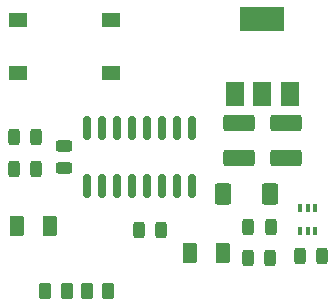
<source format=gbr>
G04 #@! TF.GenerationSoftware,KiCad,Pcbnew,(6.0.1-0)*
G04 #@! TF.CreationDate,2022-03-09T23:30:53+00:00*
G04 #@! TF.ProjectId,sharpkey,73686172-706b-4657-992e-6b696361645f,1.3*
G04 #@! TF.SameCoordinates,Original*
G04 #@! TF.FileFunction,Paste,Top*
G04 #@! TF.FilePolarity,Positive*
%FSLAX46Y46*%
G04 Gerber Fmt 4.6, Leading zero omitted, Abs format (unit mm)*
G04 Created by KiCad (PCBNEW (6.0.1-0)) date 2022-03-09 23:30:53*
%MOMM*%
%LPD*%
G01*
G04 APERTURE LIST*
G04 Aperture macros list*
%AMRoundRect*
0 Rectangle with rounded corners*
0 $1 Rounding radius*
0 $2 $3 $4 $5 $6 $7 $8 $9 X,Y pos of 4 corners*
0 Add a 4 corners polygon primitive as box body*
4,1,4,$2,$3,$4,$5,$6,$7,$8,$9,$2,$3,0*
0 Add four circle primitives for the rounded corners*
1,1,$1+$1,$2,$3*
1,1,$1+$1,$4,$5*
1,1,$1+$1,$6,$7*
1,1,$1+$1,$8,$9*
0 Add four rect primitives between the rounded corners*
20,1,$1+$1,$2,$3,$4,$5,0*
20,1,$1+$1,$4,$5,$6,$7,0*
20,1,$1+$1,$6,$7,$8,$9,0*
20,1,$1+$1,$8,$9,$2,$3,0*%
G04 Aperture macros list end*
%ADD10RoundRect,0.243750X-0.243750X-0.456250X0.243750X-0.456250X0.243750X0.456250X-0.243750X0.456250X0*%
%ADD11RoundRect,0.150000X0.150000X-0.825000X0.150000X0.825000X-0.150000X0.825000X-0.150000X-0.825000X0*%
%ADD12R,1.500000X2.000000*%
%ADD13R,3.800000X2.000000*%
%ADD14RoundRect,0.250001X-1.074999X0.462499X-1.074999X-0.462499X1.074999X-0.462499X1.074999X0.462499X0*%
%ADD15R,1.550000X1.300000*%
%ADD16RoundRect,0.249999X-0.450001X-0.650001X0.450001X-0.650001X0.450001X0.650001X-0.450001X0.650001X0*%
%ADD17RoundRect,0.243750X-0.456250X0.243750X-0.456250X-0.243750X0.456250X-0.243750X0.456250X0.243750X0*%
%ADD18RoundRect,0.250000X0.375000X0.625000X-0.375000X0.625000X-0.375000X-0.625000X0.375000X-0.625000X0*%
%ADD19RoundRect,0.250000X-0.375000X-0.625000X0.375000X-0.625000X0.375000X0.625000X-0.375000X0.625000X0*%
%ADD20RoundRect,0.243750X0.243750X0.456250X-0.243750X0.456250X-0.243750X-0.456250X0.243750X-0.456250X0*%
%ADD21R,0.400000X0.650000*%
%ADD22RoundRect,0.250000X-0.262500X-0.450000X0.262500X-0.450000X0.262500X0.450000X-0.262500X0.450000X0*%
%ADD23RoundRect,0.250000X0.262500X0.450000X-0.262500X0.450000X-0.262500X-0.450000X0.262500X-0.450000X0*%
G04 APERTURE END LIST*
D10*
X62022500Y-94420000D03*
X63897500Y-94420000D03*
X62012500Y-91750000D03*
X63887500Y-91750000D03*
D11*
X68215000Y-95925000D03*
X69485000Y-95925000D03*
X70755000Y-95925000D03*
X72025000Y-95925000D03*
X73295000Y-95925000D03*
X74565000Y-95925000D03*
X75835000Y-95925000D03*
X77105000Y-95925000D03*
X77105000Y-90975000D03*
X75835000Y-90975000D03*
X74565000Y-90975000D03*
X73295000Y-90975000D03*
X72025000Y-90975000D03*
X70755000Y-90975000D03*
X69485000Y-90975000D03*
X68215000Y-90975000D03*
D12*
X80770000Y-88080000D03*
D13*
X83070000Y-81780000D03*
D12*
X83070000Y-88080000D03*
X85370000Y-88080000D03*
D14*
X81080000Y-90542500D03*
X81080000Y-93517500D03*
X85090000Y-90572500D03*
X85090000Y-93547500D03*
D15*
X62335000Y-86350000D03*
X70285000Y-86350000D03*
X62335000Y-81850000D03*
X70285000Y-81850000D03*
D16*
X79720000Y-96590000D03*
X83720000Y-96590000D03*
D17*
X66300000Y-92512500D03*
X66300000Y-94387500D03*
D18*
X65070000Y-99300000D03*
X62270000Y-99300000D03*
D19*
X76930000Y-101600000D03*
X79730000Y-101600000D03*
D20*
X83747500Y-101970000D03*
X81872500Y-101970000D03*
D21*
X87540000Y-97790000D03*
X86890000Y-97790000D03*
X86240000Y-97790000D03*
X86240000Y-99690000D03*
X86890000Y-99690000D03*
X87540000Y-99690000D03*
D10*
X86222500Y-101840000D03*
X88097500Y-101840000D03*
X81882500Y-99370000D03*
X83757500Y-99370000D03*
X72632500Y-99650000D03*
X74507500Y-99650000D03*
D22*
X64657500Y-104820000D03*
X66482500Y-104820000D03*
D23*
X70022500Y-104820000D03*
X68197500Y-104820000D03*
M02*

</source>
